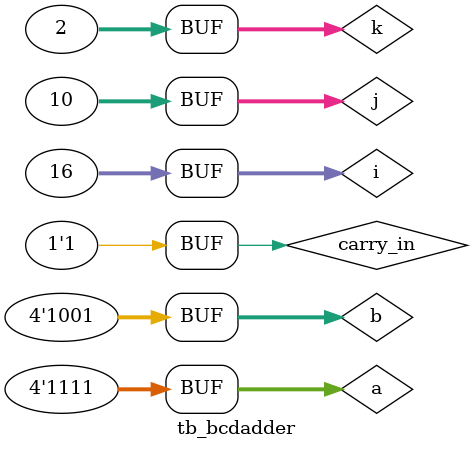
<source format=v>
module tb_bcdadder;

    // Inputs
    reg [3:0] a;
    reg [3:0] b;
    reg carry_in;

    // Outputs
    wire [3:0] sum;
    wire carry;

    integer i;
    integer j;
    integer k;

    bcd_adder uut (
        .a(a), 
        .b(b), 
        .carry_in(carry_in), 
        .sum(sum), 
        .carry(carry)
    );

    initial begin
        for (i=0;i<16;i=i+1) begin
            for (j = 0;j < 10; j=j+1) begin
                for (k = 0;k < 2; k=k+1) begin
                    a = i;
                    b = j;
                    carry_in = k;
                    #10; //wait for 10 ns
                end
            end
        end
    end
      
endmodule
</source>
